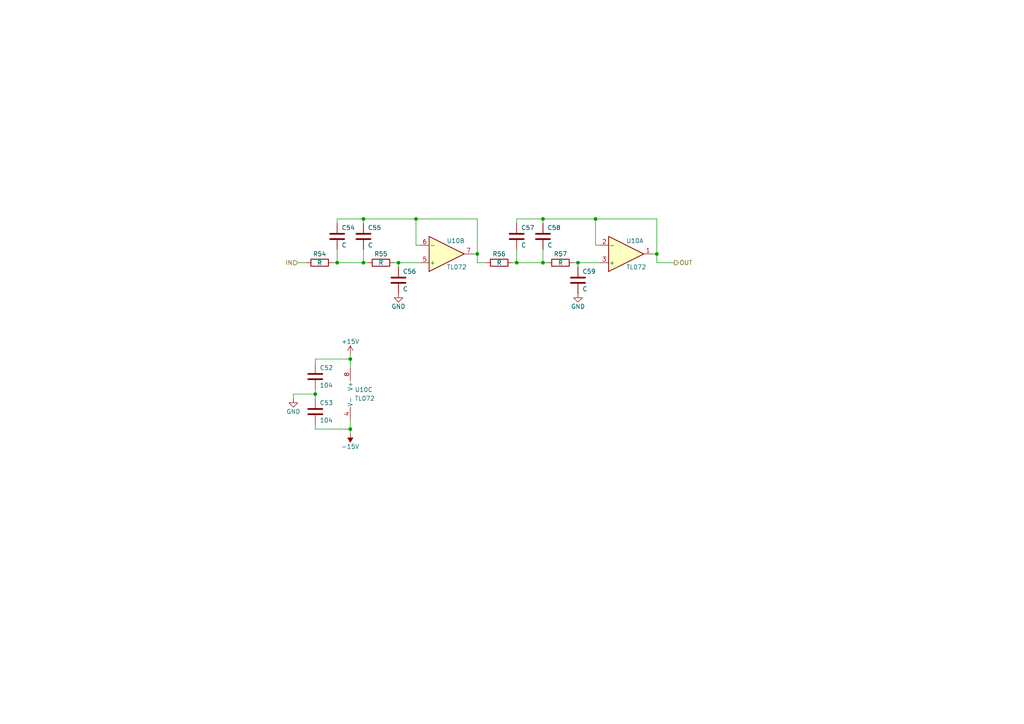
<source format=kicad_sch>
(kicad_sch (version 20231120) (generator "eeschema") (generator_version "8.0")
  (paper "A4")
  (title_block (title "Electronic crossover for 2.1 audio systems") (company "Haos Redro"))
  (lib_symbols
    (symbol "Amplifier_Operational:TL072" (pin_names (offset 0.127))
      (property "Reference" "U" (at 0 5.08 0))
      (property "Value" "TL072" (at 0 -5.08 0))
      (symbol "TL072_1_1"
        (polyline (pts (xy -5.08 5.08) (xy 5.08 0) (xy -5.08 -5.08) (xy -5.08 5.08)) (stroke (width 0.254)) (fill (type background)))
        (pin output line (at 7.62 0 180) (length 2.54) (name "~") (number "1"))
        (pin input line (at -7.62 -2.54 0) (length 2.54) (name "-") (number "2"))
        (pin input line (at -7.62 2.54 0) (length 2.54) (name "+") (number "3"))
      )
      (symbol "TL072_2_1"
        (polyline (pts (xy -5.08 5.08) (xy 5.08 0) (xy -5.08 -5.08) (xy -5.08 5.08)) (stroke (width 0.254)) (fill (type background)))
        (pin input line (at -7.62 2.54 0) (length 2.54) (name "+") (number "5"))
        (pin input line (at -7.62 -2.54 0) (length 2.54) (name "-") (number "6"))
        (pin output line (at 7.62 0 180) (length 2.54) (name "~") (number "7"))
      )
      (symbol "TL072_3_1"
        (pin power_in line (at -2.54 -7.62 90) (length 3.81) (name "V-") (number "4"))
        (pin power_in line (at -2.54 7.62 270) (length 3.81) (name "V+") (number "8"))
      )
    )
    (symbol "Device:C" (pin_numbers hide) (pin_names (offset 0.254))
      (property "Reference" "C" (at 0.635 2.54 0))
      (property "Value" "C" (at 0.635 -2.54 0))
      (symbol "C_0_1"
        (polyline (pts (xy -2.032 -0.762) (xy 2.032 -0.762)) (stroke (width 0.508)))
        (polyline (pts (xy -2.032 0.762) (xy 2.032 0.762)) (stroke (width 0.508)))
      )
      (symbol "C_1_1"
        (pin passive line (at 0 3.81 270) (length 2.794) (name "~") (number "1"))
        (pin passive line (at 0 -3.81 90) (length 2.794) (name "~") (number "2"))
      )
    )
    (symbol "Device:R" (pin_numbers hide) (pin_names (offset 0))
      (property "Reference" "R" (at 2.032 0 90))
      (property "Value" "R" (at 0 0 90))
      (symbol "R_0_1"
        (rectangle (start -1.016 -2.54) (end 1.016 2.54) (stroke (width 0.254)))
      )
      (symbol "R_1_1"
        (pin passive line (at 0 3.81 270) (length 1.27) (name "~") (number "1"))
        (pin passive line (at 0 -3.81 90) (length 1.27) (name "~") (number "2"))
      )
    )
    (symbol "power:+15V" (power) (pin_numbers hide) (pin_names (offset 0) hide)
      (property "Value" "+15V" (at 0 3.556 0))
      (symbol "+15V_0_1"
        (polyline (pts (xy -0.762 1.27) (xy 0 2.54)))
        (polyline (pts (xy 0 0) (xy 0 2.54)))
        (polyline (pts (xy 0 2.54) (xy 0.762 1.27)))
      )
      (symbol "+15V_1_1"
        (pin power_in line (at 0 0 90) (length 0) (name "~") (number "1"))
      )
    )
    (symbol "power:-15V" (power) (pin_numbers hide) (pin_names (offset 0) hide)
      (property "Value" "-15V" (at 0 3.556 0))
      (symbol "-15V_0_0"
        (pin power_in line (at 0 0 90) (length 0) (name "~") (number "1"))
      )
      (symbol "-15V_0_1"
        (polyline (pts (xy 0 0) (xy 0 1.27) (xy 0.762 1.27) (xy 0 2.54) (xy -0.762 1.27) (xy 0 1.27)) (fill (type outline)))
      )
    )
    (symbol "power:GND" (power) (pin_numbers hide) (pin_names (offset 0) hide)
      (property "Value" "GND" (at 0 -3.81 0))
      (symbol "GND_0_1"
        (polyline (pts (xy 0 0) (xy 0 -1.27) (xy 1.27 -1.27) (xy 0 -2.54) (xy -1.27 -1.27) (xy 0 -1.27)))
      )
      (symbol "GND_1_1"
        (pin power_in line (at 0 0 270) (length 0) (name "~") (number "1"))
      )
    )
  )
  (junction (at 105.41 63.5))
  (junction (at 138.43 73.66))
  (junction (at 172.72 63.5))
  (junction (at 157.48 63.5))
  (junction (at 105.41 76.2))
  (junction (at 115.57 76.2))
  (junction (at 190.5 73.66))
  (junction (at 91.44 114.3))
  (junction (at 157.48 76.2))
  (junction (at 97.79 76.2))
  (junction (at 120.65 63.5))
  (junction (at 167.64 76.2))
  (junction (at 101.6 104.14))
  (junction (at 101.6 124.46))
  (junction (at 149.86 76.2))
  (wire (pts (xy 97.79 63.5) (xy 105.41 63.5)))
  (wire (pts (xy 91.44 123.19) (xy 91.44 124.46)))
  (wire (pts (xy 91.44 105.41) (xy 91.44 104.14)))
  (wire (pts (xy 157.48 63.5) (xy 157.48 64.77)))
  (wire (pts (xy 138.43 63.5) (xy 138.43 73.66)))
  (wire (pts (xy 86.36 76.2) (xy 88.9 76.2)))
  (wire (pts (xy 91.44 114.3) (xy 91.44 115.57)))
  (wire (pts (xy 172.72 63.5) (xy 172.72 71.12)))
  (wire (pts (xy 167.64 76.2) (xy 173.99 76.2)))
  (wire (pts (xy 105.41 63.5) (xy 120.65 63.5)))
  (wire (pts (xy 101.6 104.14) (xy 101.6 106.68)))
  (wire (pts (xy 85.09 114.3) (xy 85.09 115.57)))
  (wire (pts (xy 114.3 76.2) (xy 115.57 76.2)))
  (wire (pts (xy 105.41 63.5) (xy 105.41 64.77)))
  (wire (pts (xy 149.86 64.77) (xy 149.86 63.5)))
  (wire (pts (xy 91.44 113.03) (xy 91.44 114.3)))
  (wire (pts (xy 115.57 76.2) (xy 115.57 77.47)))
  (wire (pts (xy 115.57 76.2) (xy 121.92 76.2)))
  (wire (pts (xy 166.37 76.2) (xy 167.64 76.2)))
  (wire (pts (xy 96.52 76.2) (xy 97.79 76.2)))
  (wire (pts (xy 172.72 63.5) (xy 190.5 63.5)))
  (wire (pts (xy 101.6 102.87) (xy 101.6 104.14)))
  (wire (pts (xy 157.48 72.39) (xy 157.48 76.2)))
  (wire (pts (xy 149.86 76.2) (xy 157.48 76.2)))
  (wire (pts (xy 138.43 76.2) (xy 140.97 76.2)))
  (wire (pts (xy 167.64 76.2) (xy 167.64 77.47)))
  (wire (pts (xy 157.48 63.5) (xy 172.72 63.5)))
  (wire (pts (xy 105.41 72.39) (xy 105.41 76.2)))
  (wire (pts (xy 138.43 73.66) (xy 137.16 73.66)))
  (wire (pts (xy 101.6 124.46) (xy 101.6 121.92)))
  (wire (pts (xy 190.5 73.66) (xy 189.23 73.66)))
  (wire (pts (xy 91.44 114.3) (xy 85.09 114.3)))
  (wire (pts (xy 120.65 63.5) (xy 138.43 63.5)))
  (wire (pts (xy 97.79 64.77) (xy 97.79 63.5)))
  (wire (pts (xy 157.48 76.2) (xy 158.75 76.2)))
  (wire (pts (xy 173.99 71.12) (xy 172.72 71.12)))
  (wire (pts (xy 97.79 76.2) (xy 105.41 76.2)))
  (wire (pts (xy 190.5 76.2) (xy 195.58 76.2)))
  (wire (pts (xy 120.65 63.5) (xy 120.65 71.12)))
  (wire (pts (xy 121.92 71.12) (xy 120.65 71.12)))
  (wire (pts (xy 101.6 125.73) (xy 101.6 124.46)))
  (wire (pts (xy 190.5 63.5) (xy 190.5 73.66)))
  (wire (pts (xy 91.44 104.14) (xy 101.6 104.14)))
  (wire (pts (xy 148.59 76.2) (xy 149.86 76.2)))
  (wire (pts (xy 149.86 63.5) (xy 157.48 63.5)))
  (wire (pts (xy 149.86 72.39) (xy 149.86 76.2)))
  (wire (pts (xy 190.5 73.66) (xy 190.5 76.2)))
  (wire (pts (xy 138.43 73.66) (xy 138.43 76.2)))
  (wire (pts (xy 105.41 76.2) (xy 106.68 76.2)))
  (wire (pts (xy 97.79 72.39) (xy 97.79 76.2)))
  (wire (pts (xy 91.44 124.46) (xy 101.6 124.46)))
  (hierarchical_label "OUT" (shape output) (at 195.58 76.2 0))
  (hierarchical_label "IN" (shape input) (at 86.36 76.2 180))
  (symbol (lib_id "power:-15V") (at 101.6 125.73 0) (mirror x) (unit 1)
    (property "Reference" "#PWR046" (effects (hide yes)))
    (property "Value" "-15V" (at 101.6 129.54 0))
    (property "Description" "Power symbol creates a global label with name \"-15V\"" (effects (hide yes)))
    (instances (project "0000.011D" (path "" (reference "#PWR051") (unit 1)) (path "" (reference "#PWR046") (unit 1))))
  )
  (symbol (lib_id "Device:C") (at 167.64 81.28 0) (unit 1)
    (property "Reference" "C51" (at 168.91 78.74 0) (effects (justify left)))
    (property "Value" "C" (at 168.91 83.82 0) (effects (justify left)))
    (property "Footprint" "Capacitor_THT:C_Rect_L7.2mm_W4.5mm_P5.00mm_FKS2_FKP2_MKS2_MKP2" (effects (hide yes)))
    (property "Description" "Unpolarized capacitor" (effects (hide yes)))
    (instances (project "0000.011D" (path "" (reference "C59") (unit 1)) (path "" (reference "C51") (unit 1))))
  )
  (symbol (lib_id "Device:C") (at 97.79 68.58 0) (unit 1)
    (property "Reference" "C46" (at 99.06 66.04 0) (effects (justify left)))
    (property "Value" "C" (at 99.06 71.12 0) (effects (justify left)))
    (property "Footprint" "Capacitor_THT:C_Rect_L7.2mm_W4.5mm_P5.00mm_FKS2_FKP2_MKS2_MKP2" (effects (hide yes)))
    (property "Description" "Unpolarized capacitor" (effects (hide yes)))
    (instances (project "0000.011D" (path "" (reference "C54") (unit 1)) (path "" (reference "C46") (unit 1))))
  )
  (symbol (lib_id "Device:C") (at 105.41 68.58 0) (unit 1)
    (property "Reference" "C47" (at 106.68 66.04 0) (effects (justify left)))
    (property "Value" "C" (at 106.68 71.12 0) (effects (justify left)))
    (property "Footprint" "Capacitor_THT:C_Rect_L7.2mm_W4.5mm_P5.00mm_FKS2_FKP2_MKS2_MKP2" (effects (hide yes)))
    (property "Description" "Unpolarized capacitor" (effects (hide yes)))
    (instances (project "0000.011D" (path "" (reference "C55") (unit 1)) (path "" (reference "C47") (unit 1))))
  )
  (symbol (lib_id "power:GND") (at 85.09 115.57 0) (unit 1)
    (property "Reference" "#PWR044" (effects (hide yes)))
    (property "Value" "GND" (at 85.09 119.38 0))
    (property "Description" "Power symbol creates a global label with name \"GND\" , ground" (effects (hide yes)))
    (instances (project "0000.011D" (path "" (reference "#PWR049") (unit 1)) (path "" (reference "#PWR044") (unit 1))))
  )
  (symbol (lib_id "Amplifier_Operational:TL072") (at 181.61 73.66 0) (mirror x) (unit 1)
    (property "Reference" "U9" (at 181.61 69.85 0) (effects (justify left)))
    (property "Value" "TL072" (at 181.61 77.47 0) (effects (justify left)))
    (property "Footprint" "Package_SO:SOIC-8_3.9x4.9mm_P1.27mm" (effects (hide yes)))
    (property "Datasheet" "http://www.ti.com/lit/ds/symlink/tl071.pdf" (effects (hide yes)))
    (property "Description" "Dual Low-Noise JFET-Input Operational Amplifiers, DIP-8/SOIC-8" (effects (hide yes)))
    (instances (project "0000.011D" (path "" (reference "U10") (unit 1)) (path "" (reference "U9") (unit 1))))
  )
  (symbol (lib_id "Device:R") (at 162.56 76.2 90) (unit 1)
    (property "Reference" "R53" (at 162.56 73.66 90))
    (property "Value" "R" (at 162.56 76.2 90))
    (property "Footprint" "Resistor_SMD:R_0805_2012Metric" (effects (hide yes)))
    (property "Description" "Resistor" (effects (hide yes)))
    (instances (project "0000.011D" (path "" (reference "R57") (unit 1)) (path "" (reference "R53") (unit 1))))
  )
  (symbol (lib_id "Device:C") (at 91.44 109.22 0) (unit 1)
    (property "Reference" "C44" (at 92.71 106.68 0) (effects (justify left)))
    (property "Value" "104" (at 92.71 111.76 0) (effects (justify left)))
    (property "Footprint" "Capacitor_SMD:C_0805_2012Metric" (effects (hide yes)))
    (property "Description" "Unpolarized capacitor" (effects (hide yes)))
    (instances (project "0000.011D" (path "" (reference "C52") (unit 1)) (path "" (reference "C44") (unit 1))))
  )
  (symbol (lib_id "power:GND") (at 167.64 85.09 0) (unit 1)
    (property "Reference" "#PWR048" (effects (hide yes)))
    (property "Value" "GND" (at 167.64 88.9 0))
    (property "Description" "Power symbol creates a global label with name \"GND\" , ground" (effects (hide yes)))
    (instances (project "0000.011D" (path "" (reference "#PWR053") (unit 1)) (path "" (reference "#PWR048") (unit 1))))
  )
  (symbol (lib_id "Device:C") (at 149.86 68.58 0) (unit 1)
    (property "Reference" "C49" (at 151.13 66.04 0) (effects (justify left)))
    (property "Value" "C" (at 151.13 71.12 0) (effects (justify left)))
    (property "Footprint" "Capacitor_THT:C_Rect_L7.2mm_W4.5mm_P5.00mm_FKS2_FKP2_MKS2_MKP2" (effects (hide yes)))
    (property "Description" "Unpolarized capacitor" (effects (hide yes)))
    (instances (project "0000.011D" (path "" (reference "C57") (unit 1)) (path "" (reference "C49") (unit 1))))
  )
  (symbol (lib_id "Amplifier_Operational:TL072") (at 129.54 73.66 0) (mirror x) (unit 2)
    (property "Reference" "U9" (at 129.54 69.85 0) (effects (justify left)))
    (property "Value" "TL072" (at 129.54 77.47 0) (effects (justify left)))
    (property "Footprint" "Package_SO:SOIC-8_3.9x4.9mm_P1.27mm" (effects (hide yes)))
    (property "Datasheet" "http://www.ti.com/lit/ds/symlink/tl071.pdf" (effects (hide yes)))
    (property "Description" "Dual Low-Noise JFET-Input Operational Amplifiers, DIP-8/SOIC-8" (effects (hide yes)))
    (instances (project "0000.011D" (path "" (reference "U10") (unit 2)) (path "" (reference "U9") (unit 2))))
  )
  (symbol (lib_id "Device:R") (at 92.71 76.2 90) (unit 1)
    (property "Reference" "R50" (at 92.71 73.66 90))
    (property "Value" "R" (at 92.71 76.2 90))
    (property "Footprint" "Resistor_SMD:R_0805_2012Metric" (effects (hide yes)))
    (property "Description" "Resistor" (effects (hide yes)))
    (instances (project "0000.011D" (path "" (reference "R54") (unit 1)) (path "" (reference "R50") (unit 1))))
  )
  (symbol (lib_id "power:GND") (at 115.57 85.09 0) (unit 1)
    (property "Reference" "#PWR047" (effects (hide yes)))
    (property "Value" "GND" (at 115.57 88.9 0))
    (property "Description" "Power symbol creates a global label with name \"GND\" , ground" (effects (hide yes)))
    (instances (project "0000.011D" (path "" (reference "#PWR052") (unit 1)) (path "" (reference "#PWR047") (unit 1))))
  )
  (symbol (lib_id "Device:C") (at 115.57 81.28 0) (unit 1)
    (property "Reference" "C48" (at 116.84 78.74 0) (effects (justify left)))
    (property "Value" "C" (at 116.84 83.82 0) (effects (justify left)))
    (property "Footprint" "Capacitor_THT:C_Rect_L7.2mm_W4.5mm_P5.00mm_FKS2_FKP2_MKS2_MKP2" (effects (hide yes)))
    (property "Description" "Unpolarized capacitor" (effects (hide yes)))
    (instances (project "0000.011D" (path "" (reference "C56") (unit 1)) (path "" (reference "C48") (unit 1))))
  )
  (symbol (lib_id "Amplifier_Operational:TL072") (at 104.14 114.3 0) (unit 3)
    (property "Reference" "U9" (at 102.87 113.0299 0) (effects (justify left)))
    (property "Value" "TL072" (at 102.87 115.5699 0) (effects (justify left)))
    (property "Footprint" "Package_SO:SOIC-8_3.9x4.9mm_P1.27mm" (effects (hide yes)))
    (property "Datasheet" "http://www.ti.com/lit/ds/symlink/tl071.pdf" (effects (hide yes)))
    (property "Description" "Dual Low-Noise JFET-Input Operational Amplifiers, DIP-8/SOIC-8" (effects (hide yes)))
    (instances (project "0000.011D" (path "" (reference "U10") (unit 3)) (path "" (reference "U9") (unit 3))))
  )
  (symbol (lib_id "Device:R") (at 110.49 76.2 90) (unit 1)
    (property "Reference" "R51" (at 110.49 73.66 90))
    (property "Value" "R" (at 110.49 76.2 90))
    (property "Footprint" "Resistor_SMD:R_0805_2012Metric" (effects (hide yes)))
    (property "Description" "Resistor" (effects (hide yes)))
    (instances (project "0000.011D" (path "" (reference "R55") (unit 1)) (path "" (reference "R51") (unit 1))))
  )
  (symbol (lib_id "Device:C") (at 91.44 119.38 0) (unit 1)
    (property "Reference" "C45" (at 92.71 116.84 0) (effects (justify left)))
    (property "Value" "104" (at 92.71 121.92 0) (effects (justify left)))
    (property "Footprint" "Capacitor_SMD:C_0805_2012Metric" (effects (hide yes)))
    (property "Description" "Unpolarized capacitor" (effects (hide yes)))
    (instances (project "0000.011D" (path "" (reference "C53") (unit 1)) (path "" (reference "C45") (unit 1))))
  )
  (symbol (lib_id "Device:R") (at 144.78 76.2 90) (unit 1)
    (property "Reference" "R52" (at 144.78 73.66 90))
    (property "Value" "R" (at 144.78 76.2 90))
    (property "Footprint" "Resistor_SMD:R_0805_2012Metric" (effects (hide yes)))
    (property "Description" "Resistor" (effects (hide yes)))
    (instances (project "0000.011D" (path "" (reference "R56") (unit 1)) (path "" (reference "R52") (unit 1))))
  )
  (symbol (lib_id "Device:C") (at 157.48 68.58 0) (unit 1)
    (property "Reference" "C50" (at 158.75 66.04 0) (effects (justify left)))
    (property "Value" "C" (at 158.75 71.12 0) (effects (justify left)))
    (property "Footprint" "Capacitor_THT:C_Rect_L7.2mm_W4.5mm_P5.00mm_FKS2_FKP2_MKS2_MKP2" (effects (hide yes)))
    (property "Description" "Unpolarized capacitor" (effects (hide yes)))
    (instances (project "0000.011D" (path "" (reference "C58") (unit 1)) (path "" (reference "C50") (unit 1))))
  )
  (symbol (lib_id "power:+15V") (at 101.6 102.87 0) (unit 1)
    (property "Reference" "#PWR045" (effects (hide yes)))
    (property "Value" "+15V" (at 101.6 99.06 0))
    (property "Description" "Power symbol creates a global label with name \"+15V\"" (effects (hide yes)))
    (instances (project "0000.011D" (path "" (reference "#PWR050") (unit 1)) (path "" (reference "#PWR045") (unit 1))))
  )
)
</source>
